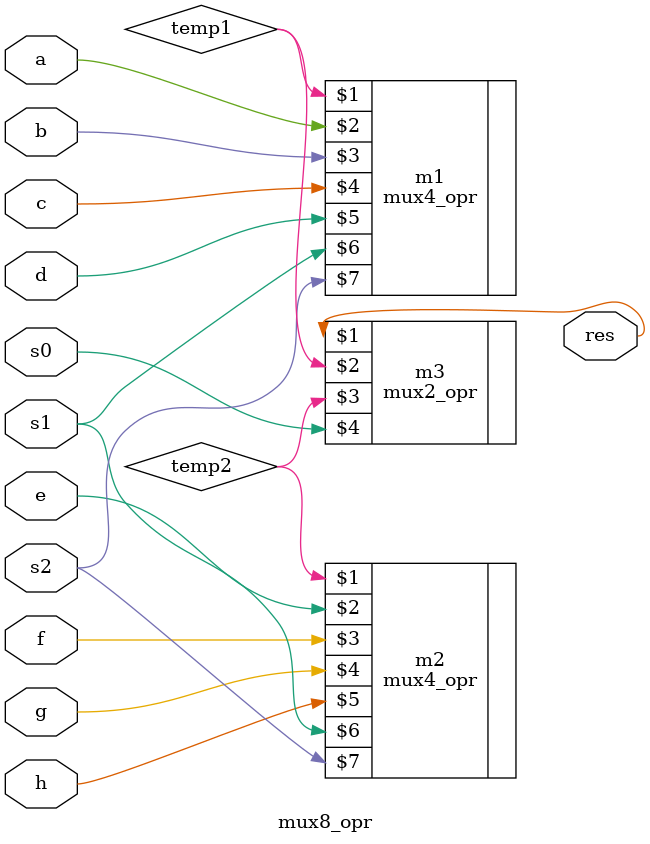
<source format=v>
module mux8_opr(res, a, b, c, d, e, f, g, h, s0, s1, s2);
    input a, b, c, d, e, f, g, h, s0, s1, s2;
    output res;
    wire temp1, temp2;
	

	mux4_opr m1(temp1, a, b, c, d, s1, s2); 
	mux4_opr m2(temp2, e, f, g, h, s1, s2); 
	mux2_opr m3(res, temp1, temp2, s0);
	
endmodule
</source>
